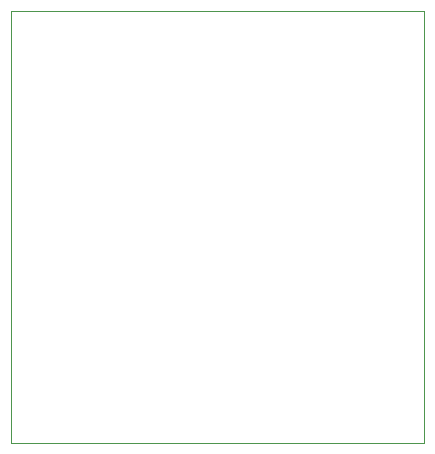
<source format=gm1>
G04 #@! TF.GenerationSoftware,KiCad,Pcbnew,7.0.6-0*
G04 #@! TF.CreationDate,2023-08-18T21:45:25+02:00*
G04 #@! TF.ProjectId,shmoergh-funk-live-voice,73686d6f-6572-4676-982d-66756e6b2d6c,rev?*
G04 #@! TF.SameCoordinates,Original*
G04 #@! TF.FileFunction,Profile,NP*
%FSLAX46Y46*%
G04 Gerber Fmt 4.6, Leading zero omitted, Abs format (unit mm)*
G04 Created by KiCad (PCBNEW 7.0.6-0) date 2023-08-18 21:45:25*
%MOMM*%
%LPD*%
G01*
G04 APERTURE LIST*
G04 #@! TA.AperFunction,Profile*
%ADD10C,0.100000*%
G04 #@! TD*
G04 APERTURE END LIST*
D10*
X125000000Y-81000000D02*
X160000000Y-81000000D01*
X160000000Y-117500000D01*
X125000000Y-117500000D01*
X125000000Y-81000000D01*
M02*

</source>
